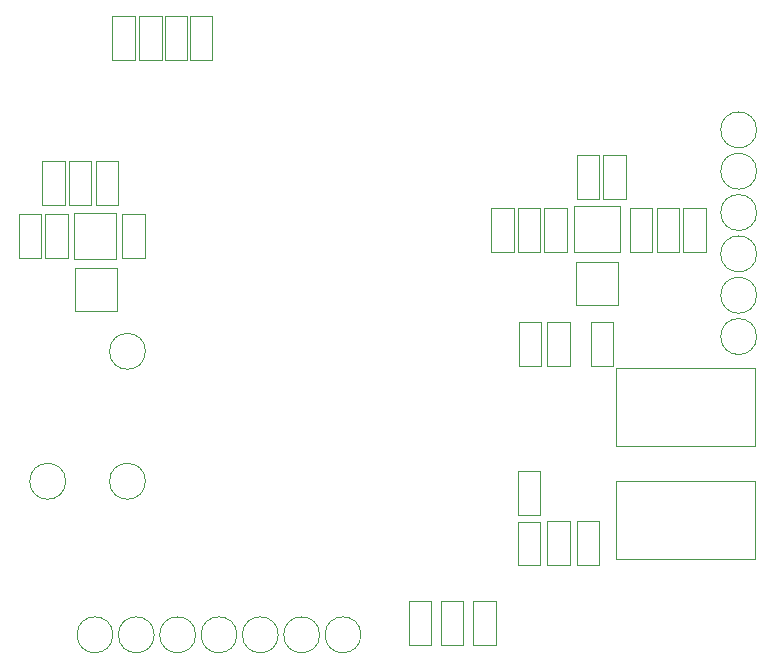
<source format=gbr>
G04 #@! TF.GenerationSoftware,KiCad,Pcbnew,(5.1.7)-1*
G04 #@! TF.CreationDate,2020-10-28T11:25:42+01:00*
G04 #@! TF.ProjectId,E-Ink,452d496e-6b2e-46b6-9963-61645f706362,rev?*
G04 #@! TF.SameCoordinates,Original*
G04 #@! TF.FileFunction,Other,User*
%FSLAX46Y46*%
G04 Gerber Fmt 4.6, Leading zero omitted, Abs format (unit mm)*
G04 Created by KiCad (PCBNEW (5.1.7)-1) date 2020-10-28 11:25:42*
%MOMM*%
%LPD*%
G01*
G04 APERTURE LIST*
%ADD10C,0.050000*%
G04 APERTURE END LIST*
D10*
X112570000Y-84520000D02*
G75*
G03*
X112570000Y-84520000I-1520000J0D01*
G01*
X150278000Y-74737000D02*
X150278000Y-71037000D01*
X152178000Y-74737000D02*
X150278000Y-74737000D01*
X152178000Y-71037000D02*
X152178000Y-74737000D01*
X150278000Y-71037000D02*
X152178000Y-71037000D01*
X116110000Y-45145000D02*
X116110000Y-48845000D01*
X114210000Y-45145000D02*
X116110000Y-45145000D01*
X114210000Y-48845000D02*
X114210000Y-45145000D01*
X116110000Y-48845000D02*
X114210000Y-48845000D01*
X111665000Y-45129000D02*
X111665000Y-48829000D01*
X109765000Y-45129000D02*
X111665000Y-45129000D01*
X109765000Y-48829000D02*
X109765000Y-45129000D01*
X111665000Y-48829000D02*
X109765000Y-48829000D01*
X106554000Y-65724000D02*
X110054000Y-65724000D01*
X106554000Y-61824000D02*
X110054000Y-61824000D01*
X106554000Y-65724000D02*
X106554000Y-61824000D01*
X110054000Y-65724000D02*
X110054000Y-61824000D01*
X157750000Y-61420000D02*
X157750000Y-65120000D01*
X155850000Y-61420000D02*
X157750000Y-61420000D01*
X155850000Y-65120000D02*
X155850000Y-61420000D01*
X157750000Y-65120000D02*
X155850000Y-65120000D01*
X155500000Y-61420000D02*
X155500000Y-65120000D01*
X153600000Y-61420000D02*
X155500000Y-61420000D01*
X153600000Y-65120000D02*
X153600000Y-61420000D01*
X155500000Y-65120000D02*
X153600000Y-65120000D01*
X112500000Y-61920000D02*
X112500000Y-65620000D01*
X110600000Y-61920000D02*
X112500000Y-61920000D01*
X110600000Y-65620000D02*
X110600000Y-61920000D01*
X112500000Y-65620000D02*
X110600000Y-65620000D01*
X108000000Y-57420000D02*
X108000000Y-61120000D01*
X106100000Y-57420000D02*
X108000000Y-57420000D01*
X106100000Y-61120000D02*
X106100000Y-57420000D01*
X108000000Y-61120000D02*
X106100000Y-61120000D01*
X105750000Y-57420000D02*
X105750000Y-61120000D01*
X103850000Y-57420000D02*
X105750000Y-57420000D01*
X103850000Y-61120000D02*
X103850000Y-57420000D01*
X105750000Y-61120000D02*
X103850000Y-61120000D01*
X146000000Y-61420000D02*
X146000000Y-65120000D01*
X144100000Y-61420000D02*
X146000000Y-61420000D01*
X144100000Y-65120000D02*
X144100000Y-61420000D01*
X146000000Y-65120000D02*
X144100000Y-65120000D01*
X103750000Y-61920000D02*
X103750000Y-65620000D01*
X101850000Y-61920000D02*
X103750000Y-61920000D01*
X101850000Y-65620000D02*
X101850000Y-61920000D01*
X103750000Y-65620000D02*
X101850000Y-65620000D01*
X143750000Y-61420000D02*
X143750000Y-65120000D01*
X141850000Y-61420000D02*
X143750000Y-61420000D01*
X141850000Y-65120000D02*
X141850000Y-61420000D01*
X143750000Y-65120000D02*
X141850000Y-65120000D01*
X106000000Y-61920000D02*
X106000000Y-65620000D01*
X104100000Y-61920000D02*
X106000000Y-61920000D01*
X104100000Y-65620000D02*
X104100000Y-61920000D01*
X106000000Y-65620000D02*
X104100000Y-65620000D01*
X148250000Y-61420000D02*
X148250000Y-65120000D01*
X146350000Y-61420000D02*
X148250000Y-61420000D01*
X146350000Y-65120000D02*
X146350000Y-61420000D01*
X148250000Y-65120000D02*
X146350000Y-65120000D01*
X112051000Y-48820000D02*
X112051000Y-45120000D01*
X113951000Y-48820000D02*
X112051000Y-48820000D01*
X113951000Y-45120000D02*
X113951000Y-48820000D01*
X112051000Y-45120000D02*
X113951000Y-45120000D01*
X118250000Y-45120000D02*
X118250000Y-48820000D01*
X116350000Y-45120000D02*
X118250000Y-45120000D01*
X116350000Y-48820000D02*
X116350000Y-45120000D01*
X118250000Y-48820000D02*
X116350000Y-48820000D01*
X146600000Y-91620000D02*
X146600000Y-87920000D01*
X148500000Y-91620000D02*
X146600000Y-91620000D01*
X148500000Y-87920000D02*
X148500000Y-91620000D01*
X146600000Y-87920000D02*
X148500000Y-87920000D01*
X146000000Y-83670000D02*
X146000000Y-87370000D01*
X144100000Y-83670000D02*
X146000000Y-83670000D01*
X144100000Y-87370000D02*
X144100000Y-83670000D01*
X146000000Y-87370000D02*
X144100000Y-87370000D01*
X134850000Y-98370000D02*
X134850000Y-94670000D01*
X136750000Y-98370000D02*
X134850000Y-98370000D01*
X136750000Y-94670000D02*
X136750000Y-98370000D01*
X134850000Y-94670000D02*
X136750000Y-94670000D01*
X137600000Y-98395000D02*
X137600000Y-94695000D01*
X139500000Y-98395000D02*
X137600000Y-98395000D01*
X139500000Y-94695000D02*
X139500000Y-98395000D01*
X137600000Y-94695000D02*
X139500000Y-94695000D01*
X140350000Y-98370000D02*
X140350000Y-94670000D01*
X142250000Y-98370000D02*
X140350000Y-98370000D01*
X142250000Y-94670000D02*
X142250000Y-98370000D01*
X140350000Y-94670000D02*
X142250000Y-94670000D01*
X149100000Y-91620000D02*
X149100000Y-87920000D01*
X151000000Y-91620000D02*
X149100000Y-91620000D01*
X151000000Y-87920000D02*
X151000000Y-91620000D01*
X149100000Y-87920000D02*
X151000000Y-87920000D01*
X146082000Y-71037000D02*
X146082000Y-74737000D01*
X144182000Y-71037000D02*
X146082000Y-71037000D01*
X144182000Y-74737000D02*
X144182000Y-71037000D01*
X146082000Y-74737000D02*
X144182000Y-74737000D01*
X110200000Y-70070000D02*
X110200000Y-66470000D01*
X110200000Y-66470000D02*
X106600000Y-66470000D01*
X106600000Y-66470000D02*
X106600000Y-70070000D01*
X106600000Y-70070000D02*
X110200000Y-70070000D01*
X152600000Y-69570000D02*
X152600000Y-65970000D01*
X152600000Y-65970000D02*
X149000000Y-65970000D01*
X149000000Y-65970000D02*
X149000000Y-69570000D01*
X149000000Y-69570000D02*
X152600000Y-69570000D01*
X153250000Y-56920000D02*
X153250000Y-60620000D01*
X151350000Y-56920000D02*
X153250000Y-56920000D01*
X151350000Y-60620000D02*
X151350000Y-56920000D01*
X153250000Y-60620000D02*
X151350000Y-60620000D01*
X160000000Y-61420000D02*
X160000000Y-65120000D01*
X158100000Y-61420000D02*
X160000000Y-61420000D01*
X158100000Y-65120000D02*
X158100000Y-61420000D01*
X160000000Y-65120000D02*
X158100000Y-65120000D01*
X110250000Y-57445000D02*
X110250000Y-61145000D01*
X108350000Y-57445000D02*
X110250000Y-57445000D01*
X108350000Y-61145000D02*
X108350000Y-57445000D01*
X110250000Y-61145000D02*
X108350000Y-61145000D01*
X151000000Y-56920000D02*
X151000000Y-60620000D01*
X149100000Y-56920000D02*
X151000000Y-56920000D01*
X149100000Y-60620000D02*
X149100000Y-56920000D01*
X151000000Y-60620000D02*
X149100000Y-60620000D01*
X146000000Y-87945000D02*
X146000000Y-91645000D01*
X144100000Y-87945000D02*
X146000000Y-87945000D01*
X144100000Y-91645000D02*
X144100000Y-87945000D01*
X146000000Y-91645000D02*
X144100000Y-91645000D01*
X146595000Y-74737000D02*
X146595000Y-71037000D01*
X148495000Y-74737000D02*
X146595000Y-74737000D01*
X148495000Y-71037000D02*
X148495000Y-74737000D01*
X146595000Y-71037000D02*
X148495000Y-71037000D01*
X152750000Y-65120000D02*
X152750000Y-61220000D01*
X148850000Y-65120000D02*
X152750000Y-65120000D01*
X148850000Y-61220000D02*
X152750000Y-61220000D01*
X148850000Y-65120000D02*
X148850000Y-61220000D01*
X164150000Y-84470000D02*
X164150000Y-91070000D01*
X164150000Y-91070000D02*
X152450000Y-91070000D01*
X152450000Y-91070000D02*
X152450000Y-84470000D01*
X152450000Y-84470000D02*
X164150000Y-84470000D01*
X164150000Y-74970000D02*
X164150000Y-81570000D01*
X164150000Y-81570000D02*
X152450000Y-81570000D01*
X152450000Y-81570000D02*
X152450000Y-74970000D01*
X152450000Y-74970000D02*
X164150000Y-74970000D01*
X116820000Y-97520000D02*
G75*
G03*
X116820000Y-97520000I-1520000J0D01*
G01*
X105820000Y-84520000D02*
G75*
G03*
X105820000Y-84520000I-1520000J0D01*
G01*
X113320000Y-97520000D02*
G75*
G03*
X113320000Y-97520000I-1520000J0D01*
G01*
X109820000Y-97520000D02*
G75*
G03*
X109820000Y-97520000I-1520000J0D01*
G01*
X164320000Y-61770000D02*
G75*
G03*
X164320000Y-61770000I-1520000J0D01*
G01*
X164320000Y-58270000D02*
G75*
G03*
X164320000Y-58270000I-1520000J0D01*
G01*
X164320000Y-54770000D02*
G75*
G03*
X164320000Y-54770000I-1520000J0D01*
G01*
X164320000Y-68770000D02*
G75*
G03*
X164320000Y-68770000I-1520000J0D01*
G01*
X164320000Y-65270000D02*
G75*
G03*
X164320000Y-65270000I-1520000J0D01*
G01*
X120320000Y-97520000D02*
G75*
G03*
X120320000Y-97520000I-1520000J0D01*
G01*
X123820000Y-97520000D02*
G75*
G03*
X123820000Y-97520000I-1520000J0D01*
G01*
X127320000Y-97520000D02*
G75*
G03*
X127320000Y-97520000I-1520000J0D01*
G01*
X130820000Y-97520000D02*
G75*
G03*
X130820000Y-97520000I-1520000J0D01*
G01*
X112570000Y-73520000D02*
G75*
G03*
X112570000Y-73520000I-1520000J0D01*
G01*
X164320000Y-72270000D02*
G75*
G03*
X164320000Y-72270000I-1520000J0D01*
G01*
M02*

</source>
